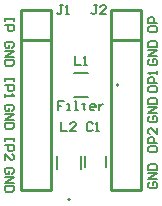
<source format=gto>
G04*
G04 #@! TF.GenerationSoftware,Altium Limited,Altium Designer,23.1.1 (15)*
G04*
G04 Layer_Color=65535*
%FSLAX44Y44*%
%MOMM*%
G71*
G04*
G04 #@! TF.SameCoordinates,D4A6E2A1-82A2-41B1-AD13-0731C62F89D9*
G04*
G04*
G04 #@! TF.FilePolarity,Positive*
G04*
G01*
G75*
%ADD10C,0.1524*%
%ADD11C,0.2540*%
%ADD12C,0.1270*%
D10*
X64262Y4699D02*
G03*
X64262Y4699I-762J0D01*
G01*
X105283Y101600D02*
G03*
X105283Y101600I-762J0D01*
G01*
X77470Y31623D02*
Y41275D01*
X95250Y31623D02*
Y41275D01*
X53213Y29966D02*
Y41154D01*
X73787Y29966D02*
Y41154D01*
X68066Y91313D02*
X79254D01*
X68066Y111887D02*
X79254D01*
X16761Y107696D02*
Y105157D01*
Y106426D01*
X9144D01*
Y107696D01*
Y105157D01*
Y101348D02*
X16761D01*
Y97539D01*
X15492Y96270D01*
X12953D01*
X11683Y97539D01*
Y101348D01*
X9144Y93730D02*
Y91191D01*
Y92461D01*
X16761D01*
X15492Y93730D01*
X16761Y56896D02*
Y54357D01*
Y55626D01*
X9144D01*
Y56896D01*
Y54357D01*
Y50548D02*
X16761D01*
Y46739D01*
X15492Y45470D01*
X12953D01*
X11683Y46739D01*
Y50548D01*
X9144Y37852D02*
Y42930D01*
X14222Y37852D01*
X15492D01*
X16761Y39122D01*
Y41661D01*
X15492Y42930D01*
X16761Y158496D02*
Y155957D01*
Y157226D01*
X9144D01*
Y158496D01*
Y155957D01*
Y152148D02*
X16761D01*
Y148339D01*
X15492Y147070D01*
X12953D01*
X11683Y148339D01*
Y152148D01*
X130559Y150113D02*
Y147574D01*
X131828Y146304D01*
X136906D01*
X138176Y147574D01*
Y150113D01*
X136906Y151382D01*
X131828D01*
X130559Y150113D01*
X138176Y153921D02*
X130559D01*
Y157730D01*
X131828Y159000D01*
X134367D01*
X135637Y157730D01*
Y153921D01*
X130559Y48513D02*
Y45974D01*
X131828Y44704D01*
X136906D01*
X138176Y45974D01*
Y48513D01*
X136906Y49782D01*
X131828D01*
X130559Y48513D01*
X138176Y52322D02*
X130559D01*
Y56130D01*
X131828Y57400D01*
X134367D01*
X135637Y56130D01*
Y52322D01*
X138176Y65017D02*
Y59939D01*
X133098Y65017D01*
X131828D01*
X130559Y63748D01*
Y61209D01*
X131828Y59939D01*
X130559Y99313D02*
Y96774D01*
X131828Y95504D01*
X136906D01*
X138176Y96774D01*
Y99313D01*
X136906Y100582D01*
X131828D01*
X130559Y99313D01*
X138176Y103122D02*
X130559D01*
Y106930D01*
X131828Y108200D01*
X134367D01*
X135637Y106930D01*
Y103122D01*
X138176Y110739D02*
Y113278D01*
Y112009D01*
X130559D01*
X131828Y110739D01*
Y19302D02*
X130559Y18033D01*
Y15494D01*
X131828Y14224D01*
X136906D01*
X138176Y15494D01*
Y18033D01*
X136906Y19302D01*
X134367D01*
Y16763D01*
X138176Y21841D02*
X130559D01*
X138176Y26920D01*
X130559D01*
Y29459D02*
X138176D01*
Y33268D01*
X136906Y34537D01*
X131828D01*
X130559Y33268D01*
Y29459D01*
X131828Y75182D02*
X130559Y73913D01*
Y71374D01*
X131828Y70104D01*
X136906D01*
X138176Y71374D01*
Y73913D01*
X136906Y75182D01*
X134367D01*
Y72643D01*
X138176Y77722D02*
X130559D01*
X138176Y82800D01*
X130559D01*
Y85339D02*
X138176D01*
Y89148D01*
X136906Y90417D01*
X131828D01*
X130559Y89148D01*
Y85339D01*
X131828Y123442D02*
X130559Y122173D01*
Y119634D01*
X131828Y118364D01*
X136906D01*
X138176Y119634D01*
Y122173D01*
X136906Y123442D01*
X134367D01*
Y120903D01*
X138176Y125982D02*
X130559D01*
X138176Y131060D01*
X130559D01*
Y133599D02*
X138176D01*
Y137408D01*
X136906Y138677D01*
X131828D01*
X130559Y137408D01*
Y133599D01*
X15492Y133098D02*
X16761Y134367D01*
Y136906D01*
X15492Y138176D01*
X10414D01*
X9144Y136906D01*
Y134367D01*
X10414Y133098D01*
X12953D01*
Y135637D01*
X9144Y130559D02*
X16761D01*
X9144Y125480D01*
X16761D01*
Y122941D02*
X9144D01*
Y119132D01*
X10414Y117863D01*
X15492D01*
X16761Y119132D01*
Y122941D01*
X15492Y79758D02*
X16761Y81027D01*
Y83566D01*
X15492Y84836D01*
X10414D01*
X9144Y83566D01*
Y81027D01*
X10414Y79758D01*
X12953D01*
Y82297D01*
X9144Y77218D02*
X16761D01*
X9144Y72140D01*
X16761D01*
Y69601D02*
X9144D01*
Y65792D01*
X10414Y64523D01*
X15492D01*
X16761Y65792D01*
Y69601D01*
X15492Y26418D02*
X16761Y27687D01*
Y30226D01*
X15492Y31496D01*
X10414D01*
X9144Y30226D01*
Y27687D01*
X10414Y26418D01*
X12953D01*
Y28957D01*
X9144Y23879D02*
X16761D01*
X9144Y18800D01*
X16761D01*
Y16261D02*
X9144D01*
Y12452D01*
X10414Y11183D01*
X15492D01*
X16761Y12452D01*
Y16261D01*
D11*
X111760Y165100D02*
X124460D01*
Y139700D02*
Y165100D01*
X99060Y139700D02*
X124460D01*
X99060D02*
Y165100D01*
X111760D01*
X124460Y12700D02*
Y139700D01*
X99060Y12700D02*
Y139700D01*
Y12700D02*
X124460D01*
X35560Y165100D02*
X48260D01*
Y139700D02*
Y165100D01*
X22860Y139700D02*
X48260D01*
X22860D02*
Y165100D01*
X35560D01*
X48260Y12700D02*
Y139700D01*
X22860Y12700D02*
Y139700D01*
Y12700D02*
X48260D01*
D12*
X59688Y87627D02*
X54610D01*
Y83819D01*
X57149D01*
X54610D01*
Y80010D01*
X62228D02*
X64767D01*
X63497D01*
Y85088D01*
X62228D01*
X68576Y80010D02*
X71115D01*
X69845D01*
Y87627D01*
X68576D01*
X76193Y86358D02*
Y85088D01*
X74923D01*
X77463D01*
X76193D01*
Y81280D01*
X77463Y80010D01*
X85080D02*
X82541D01*
X81271Y81280D01*
Y83819D01*
X82541Y85088D01*
X85080D01*
X86350Y83819D01*
Y82549D01*
X81271D01*
X88889Y85088D02*
Y80010D01*
Y82549D01*
X90159Y83819D01*
X91428Y85088D01*
X92698D01*
X57152Y69849D02*
Y62231D01*
X62230D01*
X69848D02*
X64770D01*
X69848Y67310D01*
Y68579D01*
X68578Y69849D01*
X66039D01*
X64770Y68579D01*
X68582Y125729D02*
Y118111D01*
X73660D01*
X76199D02*
X78738D01*
X77469D01*
Y125729D01*
X76199Y124459D01*
X87630Y168909D02*
X85091D01*
X86361D01*
Y162561D01*
X85091Y161291D01*
X83822D01*
X82552Y162561D01*
X95248Y161291D02*
X90170D01*
X95248Y166370D01*
Y167639D01*
X93978Y168909D01*
X91439D01*
X90170Y167639D01*
X58420Y168909D02*
X55881D01*
X57150D01*
Y162561D01*
X55881Y161291D01*
X54611D01*
X53342Y162561D01*
X60959Y161291D02*
X63498D01*
X62229D01*
Y168909D01*
X60959Y167639D01*
X83820Y68579D02*
X82550Y69849D01*
X80011D01*
X78742Y68579D01*
Y63501D01*
X80011Y62231D01*
X82550D01*
X83820Y63501D01*
X86359Y62231D02*
X88898D01*
X87629D01*
Y69849D01*
X86359Y68579D01*
M02*

</source>
